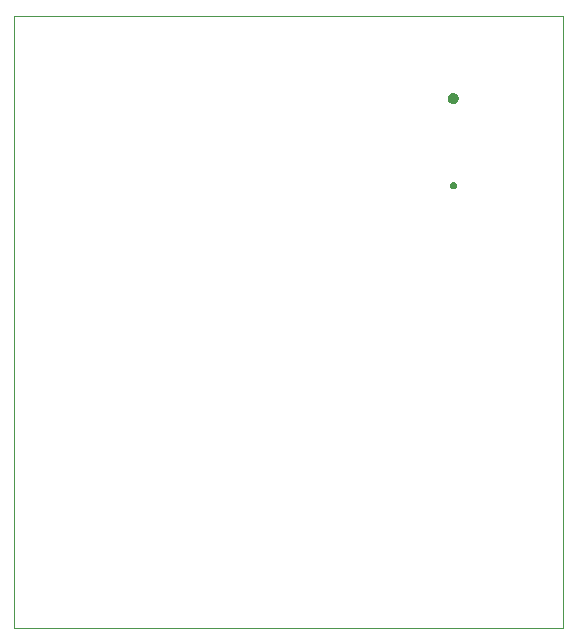
<source format=gbr>
%TF.GenerationSoftware,KiCad,Pcbnew,9.0.0*%
%TF.CreationDate,2025-03-07T10:31:51-08:00*%
%TF.ProjectId,Vanguard_new,56616e67-7561-4726-945f-6e65772e6b69,rev?*%
%TF.SameCoordinates,Original*%
%TF.FileFunction,Profile,NP*%
%FSLAX46Y46*%
G04 Gerber Fmt 4.6, Leading zero omitted, Abs format (unit mm)*
G04 Created by KiCad (PCBNEW 9.0.0) date 2025-03-07 10:31:51*
%MOMM*%
%LPD*%
G01*
G04 APERTURE LIST*
%TA.AperFunction,Profile*%
%ADD10C,0.050000*%
%TD*%
%TA.AperFunction,Profile*%
%ADD11C,0.000000*%
%TD*%
G04 APERTURE END LIST*
D10*
X134652785Y-83970551D02*
X92382785Y-83970551D01*
X134652785Y-83970551D02*
X138820000Y-83970551D01*
X138820000Y-83970551D02*
X138820000Y-135840551D01*
X92382785Y-135840551D02*
X134652785Y-135840551D01*
X92382785Y-83970551D02*
X92382785Y-135840551D01*
X134652785Y-135840551D02*
X138820000Y-135840551D01*
D11*
%TA.AperFunction,Profile*%
%TO.C,J1*%
G36*
X129692657Y-98034600D02*
G01*
X129790406Y-98091036D01*
X129862958Y-98177500D01*
X129901563Y-98283564D01*
X129901563Y-98396436D01*
X129862958Y-98502500D01*
X129790406Y-98588964D01*
X129692657Y-98645400D01*
X129581500Y-98665000D01*
X129470343Y-98645400D01*
X129372594Y-98588964D01*
X129300042Y-98502500D01*
X129261437Y-98396436D01*
X129261437Y-98283564D01*
X129300042Y-98177500D01*
X129372594Y-98091036D01*
X129470343Y-98034600D01*
X129581500Y-98015000D01*
X129692657Y-98034600D01*
G37*
%TD.AperFunction*%
%TA.AperFunction,Profile*%
G36*
X129715323Y-90534241D02*
G01*
X129838304Y-90590405D01*
X129940481Y-90678941D01*
X130013575Y-90792678D01*
X130051665Y-90922400D01*
X130051665Y-91057600D01*
X130013575Y-91187322D01*
X129940481Y-91301059D01*
X129838304Y-91389595D01*
X129715323Y-91445759D01*
X129581500Y-91465000D01*
X129447677Y-91445759D01*
X129324696Y-91389595D01*
X129222519Y-91301059D01*
X129149425Y-91187322D01*
X129111335Y-91057600D01*
X129111335Y-90922400D01*
X129149425Y-90792678D01*
X129222519Y-90678941D01*
X129324696Y-90590405D01*
X129447677Y-90534241D01*
X129581500Y-90515000D01*
X129715323Y-90534241D01*
G37*
%TD.AperFunction*%
%TD*%
M02*

</source>
